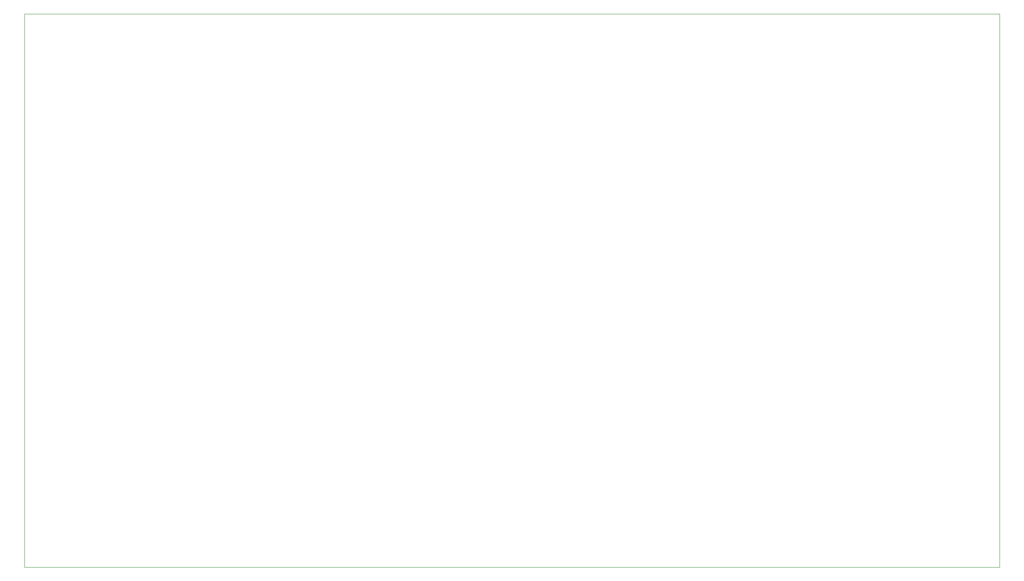
<source format=gm1>
%TF.GenerationSoftware,KiCad,Pcbnew,(5.1.9)-1*%
%TF.CreationDate,2021-04-23T02:49:01-06:00*%
%TF.ProjectId,Right Keyboard,52696768-7420-44b6-9579-626f6172642e,rev?*%
%TF.SameCoordinates,Original*%
%TF.FileFunction,Profile,NP*%
%FSLAX46Y46*%
G04 Gerber Fmt 4.6, Leading zero omitted, Abs format (unit mm)*
G04 Created by KiCad (PCBNEW (5.1.9)-1) date 2021-04-23 02:49:01*
%MOMM*%
%LPD*%
G01*
G04 APERTURE LIST*
%TA.AperFunction,Profile*%
%ADD10C,0.050000*%
%TD*%
G04 APERTURE END LIST*
D10*
X64500000Y-133500000D02*
X65500000Y-133500000D01*
X64500000Y-18500000D02*
X65500000Y-18500000D01*
X267000000Y-18500000D02*
X267000000Y-133500000D01*
X65500000Y-18500000D02*
X267000000Y-18500000D01*
X64500000Y-133500000D02*
X64500000Y-18500000D01*
X66000000Y-133500000D02*
X65500000Y-133500000D01*
X267000000Y-133500000D02*
X66000000Y-133500000D01*
M02*

</source>
